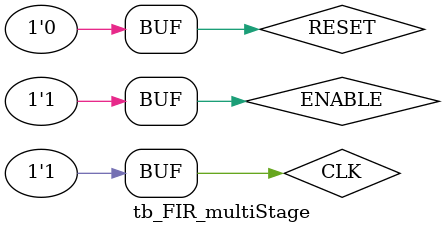
<source format=v>
`timescale 1ns / 1ps



module tb_FIR_multiStage

#(parameter DWIDTH = 16, parameter STAGES = 4)

;
    reg [2*DWIDTH-1:0] B;
    reg RESET;
    reg CLK;
    reg ENABLE;
    wire [DWIDTH-1:0] A;
    wire [2*DWIDTH-1:0] Y;
    wire [DWIDTH-1:0] A_OUT;
    wire [DWIDTH*STAGES-1:0] COEFDATA;
    
    mySAMPLEMem MEM
    (
       .CLK(CLK), 
       .RESET(RESET),
       .ENABLE(ENABLE),
       .DATA(A),
       .COEFDATA(COEFDATA)
    );

    FIR_multiStage UUT
    (
       // .a_out(A_OUT),
        .b_out(Y),
        .a_in(A),
        //.b_in(B),
        .h_in(COEFDATA),
        .CLK(CLK),
        .RESET(RESET)
    );
    
    always begin
        #50; CLK = 0; #50; CLK = 1;
    end
    
    initial begin
        RESET = 0; #100; RESET = 1; #100; RESET = 0; 
        ENABLE = 1;
        #1000;
    
    end
endmodule
</source>
